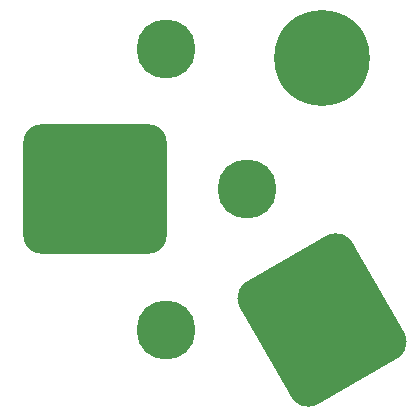
<source format=gbr>
G04 Layer_Color=255*
%FSLAX25Y25*%
%MOIN*%
%TF.FileFunction,Pads,Top*%
%TF.Part,Single*%
G01*
G75*
%TA.AperFunction,ConnectorPad*%
%ADD10C,0.31890*%
%TA.AperFunction,ConnectorPad*%
G04:AMPARAMS|DCode=11|XSize=480.31mil|YSize=433.07mil|CornerRadius=64.96mil|HoleSize=0mil|Usage=FLASHONLY|Rotation=0.000|XOffset=0mil|YOffset=0mil|HoleType=Round|Shape=RoundedRectangle|*
%AMROUNDEDRECTD11*
21,1,0.48031,0.30315,0,0,0.0*
21,1,0.35039,0.43307,0,0,0.0*
1,1,0.12992,0.17520,-0.15157*
1,1,0.12992,-0.17520,-0.15157*
1,1,0.12992,-0.17520,0.15157*
1,1,0.12992,0.17520,0.15157*
%
%ADD11ROUNDEDRECTD11*%
%TA.AperFunction,ConnectorPad*%
G04:AMPARAMS|DCode=12|XSize=472.44mil|YSize=433.07mil|CornerRadius=64.96mil|HoleSize=0mil|Usage=FLASHONLY|Rotation=120.000|XOffset=0mil|YOffset=0mil|HoleType=Round|Shape=RoundedRectangle|*
%AMROUNDEDRECTD12*
21,1,0.47244,0.30315,0,0,120.0*
21,1,0.34252,0.43307,0,0,120.0*
1,1,0.12992,0.04564,0.22410*
1,1,0.12992,0.21690,-0.07253*
1,1,0.12992,-0.04564,-0.22410*
1,1,0.12992,-0.21690,0.07253*
%
%ADD12ROUNDEDRECTD12*%
%TA.AperFunction,ConnectorPad*%
%ADD13C,0.19685*%
D10*
X418947Y437428D02*
D03*
D11*
X343209Y393701D02*
D03*
D12*
X418947Y349973D02*
D03*
D13*
X366683Y440497D02*
D03*
X366683Y346905D02*
D03*
X393701Y393701D02*
D03*
%TF.MD5,81B48C3D722E6FEB3E65DBF19E26784A*%
M02*

</source>
